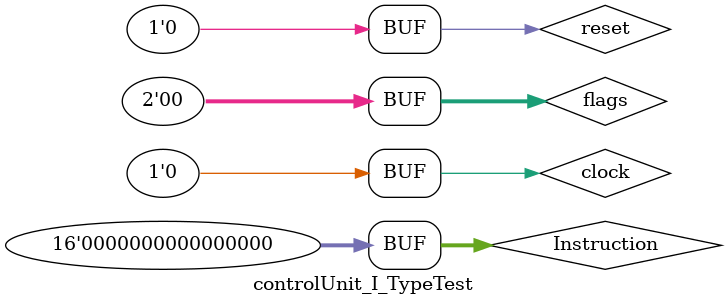
<source format=v>
`timescale 1ns / 1ps


module controlUnit_I_TypeTest;

	// Inputs
	reg clock;
	reg [15:0] Instruction;
	reg reset;
	reg [1:0] flags;

	// Outputs
	wire [4:0] regWrite;
	wire [3:0] opCode;
	wire [3:0] exOp;
	wire [3:0] immediateHigh;
	wire [3:0] immediateLow;
	wire [4:0] rDest;
	wire [4:0] rSrc;
	wire regOrImm;
	wire pcEnabled;
	wire branchMux;
	wire jumpMux;
	wire pcOrRegMemMUX;
	wire memAEnabled;
	wire memAWriteEnabled;
	wire memBEnabled;
	wire outReset;
	wire pcToRegBuff;
	wire memToRegBuff;
	wire ALUToRegBuff;

	// Instantiate the Unit Under Test (UUT)
	ControlLogic uut (
		.clock(clock), 
		.Instruction(Instruction), 
		.reset(reset), 
		.flags(flags), 
		.regWrite(regWrite), 
		.opCode(opCode), 
		.exOp(exOp), 
		.immediateHigh(immediateHigh), 
		.immediateLow(immediateLow), 
		.rDest(rDest), 
		.rSrc(rSrc), 
		.regOrImm(regOrImm), 
		.pcEnabled(pcEnabled), 
		.branchMux(branchMux), 
		.jumpMux(jumpMux), 
		.pcOrRegMemMUX(pcOrRegMemMUX), 
		.memAEnabled(memAEnabled), 
		.memAWriteEnabled(memAWriteEnabled), 
		.memBEnabled(memBEnabled), 
		.outReset(outReset), 
		.pcToRegBuff(pcToRegBuff), 
		.memToRegBuff(memToRegBuff), 
		.ALUToRegBuff(ALUToRegBuff)
	);

	initial begin
		// Initialize Inputs
		clock = 0;
		Instruction = 0;
		reset = 0;
		flags = 0;

		// Wait 100 ns for global reset to finish
		#100;
        
		// Add stimulus here

	end
      
endmodule


</source>
